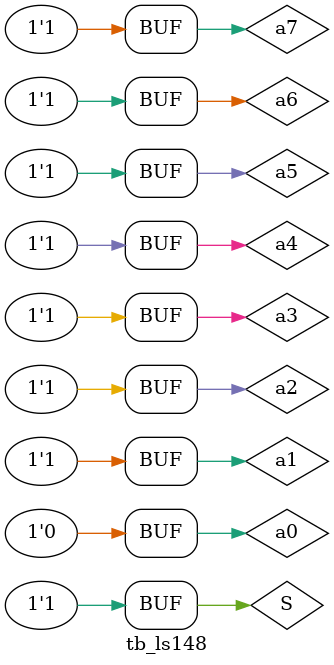
<source format=v>
module tb_ls148();
reg a0,a1,a2,a3,a4,a5,a6,a7,S;wire y0,y1,y2,ys,yex;
ls148 i1(.a0(a0),.a1(a1),.a2(a2),.a3(a3),.a4(a4),.a5(a5),.a6(a6),.a7(a7),.S(S),.y0(y0),.y1(y1),.y2(y2),.ys(ys),.yex(yex));

initial begin
S<=1;{a7,a6,a5,a4,a3,a2,a1,a0}=8'b11111111;
#100;S<=0;
#50;{a7,a6,a5,a4,a3,a2,a1,a0}=8'b11111111;
#50;{a7,a6,a5,a4,a3,a2,a1,a0}=8'b01111111;
#50;{a7,a6,a5,a4,a3,a2,a1,a0}=8'b10111111;
#50;{a7,a6,a5,a4,a3,a2,a1,a0}=8'b11011111;
#50;{a7,a6,a5,a4,a3,a2,a1,a0}=8'b11101111;
#50;{a7,a6,a5,a4,a3,a2,a1,a0}=8'b11110111;
#50;{a7,a6,a5,a4,a3,a2,a1,a0}=8'b11111011;
#50;{a7,a6,a5,a4,a3,a2,a1,a0}=8'b11111101;
#50;{a7,a6,a5,a4,a3,a2,a1,a0}=8'b11111110;
#100;S<=1;
end

endmodule
</source>
